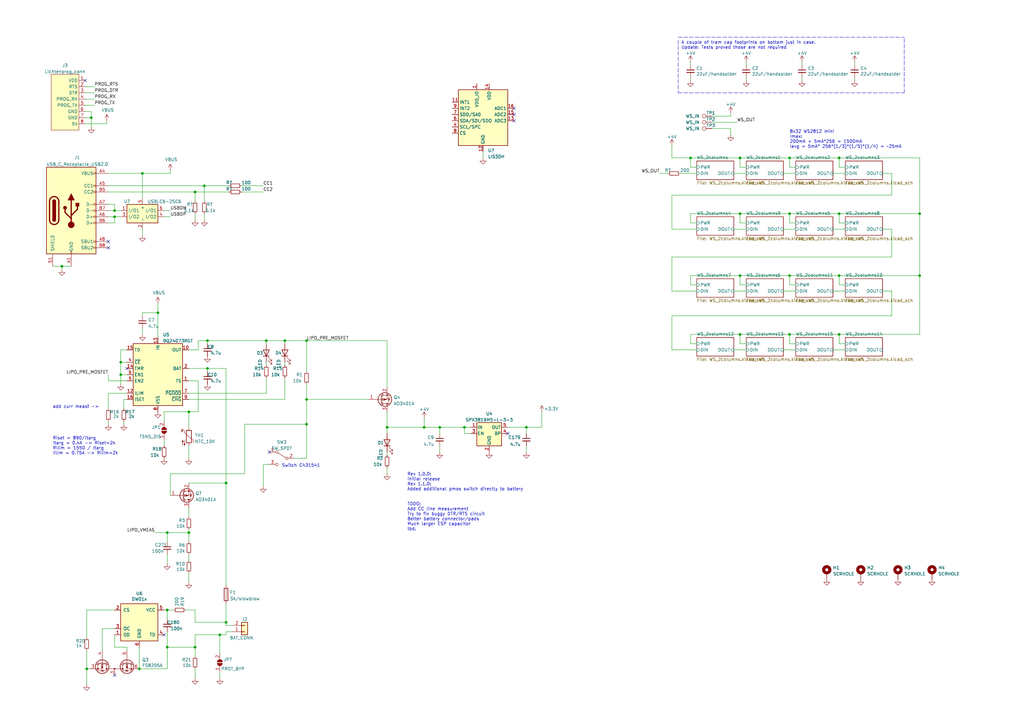
<source format=kicad_sch>
(kicad_sch (version 20211123) (generator eeschema)
  (paper "A3")
  (junction (at 196.85 -33.02))
  (junction (at 173.99 175.26))
  (junction (at 344.17 113.03))
  (junction (at 193.04 -81.28))
  (junction (at 85.09 151.13))
  (junction (at 92.71 255.27))
  (junction (at 344.17 64.77))
  (junction (at 323.85 87.63))
  (junction (at 175.26 -30.48))
  (junction (at 77.47 168.91))
  (junction (at 68.58 218.44))
  (junction (at 59.69 -99.06))
  (junction (at 323.85 113.03))
  (junction (at 377.19 113.03))
  (junction (at 125.73 173.99))
  (junction (at 125.73 139.7))
  (junction (at 90.17 260.35))
  (junction (at 59.69 -121.92))
  (junction (at 323.85 64.77))
  (junction (at 303.53 64.77))
  (junction (at 80.01 78.74))
  (junction (at 49.53 148.59))
  (junction (at 77.47 218.44))
  (junction (at 68.58 265.43))
  (junction (at 37.465 48.26))
  (junction (at 85.09 139.7))
  (junction (at 303.53 113.03))
  (junction (at 283.21 64.77))
  (junction (at 59.69 -57.15))
  (junction (at 200.66 -48.26))
  (junction (at 158.75 175.26))
  (junction (at 64.77 128.27))
  (junction (at 59.69 -78.74))
  (junction (at 205.74 -81.28))
  (junction (at 377.19 87.63))
  (junction (at 68.58 250.19))
  (junction (at 175.26 -35.56))
  (junction (at 46.99 88.9))
  (junction (at 46.99 86.36))
  (junction (at 217.17 -48.26))
  (junction (at 303.53 137.16))
  (junction (at 207.01 -48.26))
  (junction (at 184.15 -33.02))
  (junction (at 49.53 153.67))
  (junction (at 303.53 87.63))
  (junction (at 83.82 76.2))
  (junction (at 125.73 163.83))
  (junction (at 80.01 265.43))
  (junction (at 181.61 -48.26))
  (junction (at 190.5 -48.26))
  (junction (at 35.56 274.32))
  (junction (at 180.34 175.26))
  (junction (at 190.5 175.26))
  (junction (at 223.52 -48.26))
  (junction (at 323.85 137.16))
  (junction (at 109.22 139.7))
  (junction (at 57.15 274.32))
  (junction (at 344.17 137.16))
  (junction (at 92.71 198.12))
  (junction (at 58.42 71.12))
  (junction (at 215.9 175.26))
  (junction (at 25.4 109.22))
  (junction (at 344.17 87.63))
  (junction (at 116.84 139.7))
  (no_connect (at 210.82 46.99))
  (no_connect (at 208.28 177.8))
  (no_connect (at 110.49 185.42))
  (no_connect (at 34.925 33.02))
  (no_connect (at 52.07 151.13))
  (no_connect (at 67.31 260.35))
  (no_connect (at 210.82 49.53))
  (no_connect (at 46.99 276.86))
  (no_connect (at 44.45 101.6))
  (no_connect (at 210.82 44.45))
  (no_connect (at 44.45 99.06))
  (wire (pts (xy 77.47 229.87) (xy 77.47 227.33)))
  (wire (pts (xy 59.69 -68.58) (xy 59.69 -72.39)))
  (wire (pts (xy 275.59 93.98) (xy 285.75 93.98)))
  (wire (pts (xy 69.85 86.36) (xy 67.31 86.36)))
  (wire (pts (xy 59.69 -121.92) (xy 59.69 -124.46)))
  (wire (pts (xy 172.72 -63.5) (xy 185.42 -63.5)))
  (wire (pts (xy 350.52 31.75) (xy 350.52 33.02)))
  (wire (pts (xy 303.53 137.16) (xy 303.53 140.97)))
  (wire (pts (xy 184.15 -25.4) (xy 184.15 -24.13)))
  (wire (pts (xy 275.59 105.41) (xy 275.59 119.38)))
  (wire (pts (xy 215.9 175.26) (xy 222.25 175.26)))
  (wire (pts (xy 52.07 143.51) (xy 49.53 143.51)))
  (wire (pts (xy 80.01 78.74) (xy 80.01 82.55)))
  (wire (pts (xy 107.95 190.5) (xy 107.95 199.39)))
  (wire (pts (xy 92.71 151.13) (xy 92.71 198.12)))
  (polyline (pts (xy 278.13 15.24) (xy 370.84 15.24)))
  (wire (pts (xy 328.93 25.4) (xy 328.93 26.67)))
  (wire (pts (xy 64.77 128.27) (xy 64.77 138.43)))
  (wire (pts (xy 346.71 140.97) (xy 344.17 140.97)))
  (wire (pts (xy 25.4 109.22) (xy 29.21 109.22)))
  (wire (pts (xy 175.26 -27.94) (xy 175.26 -30.48)))
  (wire (pts (xy 81.28 168.91) (xy 81.28 156.21)))
  (wire (pts (xy 35.56 274.32) (xy 36.83 274.32)))
  (wire (pts (xy 80.01 278.13) (xy 80.01 274.32)))
  (wire (pts (xy 90.17 260.35) (xy 90.17 267.97)))
  (wire (pts (xy 59.69 -121.92) (xy 68.58 -121.92)))
  (wire (pts (xy 77.47 163.83) (xy 116.84 163.83)))
  (wire (pts (xy 67.31 180.34) (xy 67.31 182.88)))
  (wire (pts (xy 46.99 91.44) (xy 46.99 88.9)))
  (wire (pts (xy 44.45 88.9) (xy 46.99 88.9)))
  (wire (pts (xy 49.53 143.51) (xy 49.53 148.59)))
  (wire (pts (xy 283.21 113.03) (xy 283.21 116.84)))
  (wire (pts (xy 96.52 -115.57) (xy 96.52 -113.03)))
  (wire (pts (xy 208.28 175.26) (xy 215.9 175.26)))
  (wire (pts (xy 69.85 203.2) (xy 69.85 194.31)))
  (wire (pts (xy 300.99 93.98) (xy 306.07 93.98)))
  (wire (pts (xy 59.69 -134.62) (xy 59.69 -132.08)))
  (wire (pts (xy 116.84 -43.18) (xy 109.22 -43.18)))
  (wire (pts (xy 90.17 260.35) (xy 92.71 260.35)))
  (wire (pts (xy 158.75 191.77) (xy 158.75 194.31)))
  (wire (pts (xy 184.15 -33.02) (xy 187.96 -33.02)))
  (wire (pts (xy 196.85 -33.02) (xy 223.52 -33.02)))
  (wire (pts (xy 95.25 256.54) (xy 92.71 256.54)))
  (wire (pts (xy 207.01 -48.26) (xy 217.17 -48.26)))
  (wire (pts (xy 49.53 153.67) (xy 49.53 157.48)))
  (wire (pts (xy 275.59 80.01) (xy 275.59 93.98)))
  (wire (pts (xy 38.735 43.18) (xy 34.925 43.18)))
  (wire (pts (xy 303.53 137.16) (xy 323.85 137.16)))
  (wire (pts (xy 193.04 -33.02) (xy 196.85 -33.02)))
  (wire (pts (xy 59.69 -121.92) (xy 59.69 -119.38)))
  (wire (pts (xy 95.25 259.08) (xy 92.71 259.08)))
  (wire (pts (xy 193.04 -81.28) (xy 196.85 -81.28)))
  (wire (pts (xy 365.76 129.54) (xy 275.59 129.54)))
  (wire (pts (xy 321.31 143.51) (xy 326.39 143.51)))
  (wire (pts (xy 326.39 91.44) (xy 323.85 91.44)))
  (wire (pts (xy 207.01 -40.64) (xy 207.01 -39.37)))
  (wire (pts (xy 43.815 49.53) (xy 43.815 50.8)))
  (wire (pts (xy 125.73 157.48) (xy 125.73 163.83)))
  (wire (pts (xy 110.49 -73.66) (xy 116.84 -73.66)))
  (wire (pts (xy 285.75 116.84) (xy 283.21 116.84)))
  (wire (pts (xy 46.99 265.43) (xy 46.99 260.35)))
  (wire (pts (xy 321.31 71.12) (xy 326.39 71.12)))
  (wire (pts (xy 323.85 64.77) (xy 323.85 68.58)))
  (wire (pts (xy 59.69 -78.74) (xy 59.69 -77.47)))
  (wire (pts (xy 344.17 137.16) (xy 344.17 140.97)))
  (wire (pts (xy 172.72 -81.28) (xy 193.04 -81.28)))
  (wire (pts (xy 182.88 -104.14) (xy 190.5 -104.14)))
  (wire (pts (xy 52.07 161.29) (xy 44.45 161.29)))
  (wire (pts (xy 300.99 71.12) (xy 306.07 71.12)))
  (wire (pts (xy 361.95 71.12) (xy 365.76 71.12)))
  (wire (pts (xy 172.72 -30.48) (xy 175.26 -30.48)))
  (wire (pts (xy 37.465 48.26) (xy 37.465 52.07)))
  (wire (pts (xy 341.63 119.38) (xy 346.71 119.38)))
  (wire (pts (xy 190.5 177.8) (xy 190.5 175.26)))
  (wire (pts (xy 44.45 71.12) (xy 58.42 71.12)))
  (wire (pts (xy 68.58 227.33) (xy 68.58 231.14)))
  (wire (pts (xy 189.23 -111.76) (xy 189.23 -110.49)))
  (wire (pts (xy 57.15 274.32) (xy 57.15 265.43)))
  (wire (pts (xy 80.01 265.43) (xy 80.01 260.35)))
  (wire (pts (xy 215.9 -78.74) (xy 214.63 -78.74)))
  (wire (pts (xy 46.99 83.82) (xy 46.99 86.36)))
  (wire (pts (xy 222.25 168.91) (xy 222.25 175.26)))
  (wire (pts (xy 283.21 87.63) (xy 303.53 87.63)))
  (wire (pts (xy 190.5 -48.26) (xy 190.5 -45.72)))
  (wire (pts (xy 35.56 250.19) (xy 46.99 250.19)))
  (wire (pts (xy 158.75 168.91) (xy 158.75 175.26)))
  (wire (pts (xy 303.53 64.77) (xy 303.53 68.58)))
  (wire (pts (xy 116.84 149.86) (xy 116.84 148.59)))
  (wire (pts (xy 77.47 238.76) (xy 77.47 234.95)))
  (wire (pts (xy 77.47 143.51) (xy 81.28 143.51)))
  (wire (pts (xy 58.42 71.12) (xy 58.42 81.28)))
  (wire (pts (xy 350.52 25.4) (xy 350.52 26.67)))
  (wire (pts (xy 205.74 -81.28) (xy 215.9 -81.28)))
  (wire (pts (xy 25.4 109.22) (xy 25.4 110.49)))
  (wire (pts (xy 285.75 91.44) (xy 283.21 91.44)))
  (wire (pts (xy 21.59 109.22) (xy 25.4 109.22)))
  (wire (pts (xy 67.31 250.19) (xy 68.58 250.19)))
  (wire (pts (xy 215.9 175.26) (xy 215.9 177.8)))
  (wire (pts (xy 113.03 -81.28) (xy 116.84 -81.28)))
  (wire (pts (xy 344.17 64.77) (xy 344.17 68.58)))
  (wire (pts (xy 116.84 -35.56) (xy 107.95 -35.56)))
  (wire (pts (xy 186.69 -55.88) (xy 172.72 -55.88)))
  (wire (pts (xy 323.85 137.16) (xy 323.85 140.97)))
  (wire (pts (xy 365.76 119.38) (xy 365.76 129.54)))
  (wire (pts (xy 377.19 87.63) (xy 377.19 64.77)))
  (wire (pts (xy 303.53 64.77) (xy 283.21 64.77)))
  (wire (pts (xy 77.47 218.44) (xy 77.47 217.17)))
  (wire (pts (xy 92.71 247.65) (xy 92.71 255.27)))
  (wire (pts (xy 172.72 -76.2) (xy 173.99 -76.2)))
  (wire (pts (xy 59.69 -110.49) (xy 59.69 -114.3)))
  (wire (pts (xy 175.26 -35.56) (xy 175.26 -48.26)))
  (wire (pts (xy 34.925 45.72) (xy 37.465 45.72)))
  (wire (pts (xy 200.66 -48.26) (xy 200.66 -45.72)))
  (wire (pts (xy 306.07 25.4) (xy 306.07 26.67)))
  (wire (pts (xy 35.56 280.67) (xy 35.56 274.32)))
  (wire (pts (xy 80.01 255.27) (xy 80.01 250.19)))
  (wire (pts (xy 181.61 -48.26) (xy 181.61 -45.72)))
  (wire (pts (xy 346.71 68.58) (xy 344.17 68.58)))
  (wire (pts (xy 328.93 31.75) (xy 328.93 33.02)))
  (wire (pts (xy 43.18 -99.06) (xy 59.69 -99.06)))
  (wire (pts (xy 283.21 31.75) (xy 283.21 33.02)))
  (wire (pts (xy 180.34 175.26) (xy 190.5 175.26)))
  (wire (pts (xy 49.53 148.59) (xy 49.53 153.67)))
  (wire (pts (xy 196.85 -25.4) (xy 196.85 -24.13)))
  (wire (pts (xy 81.28 156.21) (xy 77.47 156.21)))
  (wire (pts (xy 323.85 87.63) (xy 323.85 91.44)))
  (wire (pts (xy 44.45 172.72) (xy 44.45 173.99)))
  (wire (pts (xy 109.22 149.86) (xy 109.22 148.59)))
  (wire (pts (xy 125.73 163.83) (xy 151.13 163.83)))
  (wire (pts (xy 377.19 137.16) (xy 377.19 113.03)))
  (wire (pts (xy 109.22 139.7) (xy 109.22 140.97)))
  (wire (pts (xy 85.09 139.7) (xy 85.09 140.97)))
  (wire (pts (xy 69.85 69.85) (xy 69.85 71.12)))
  (wire (pts (xy 77.47 161.29) (xy 109.22 161.29)))
  (wire (pts (xy 175.26 -48.26) (xy 181.61 -48.26)))
  (wire (pts (xy 302.26 50.165) (xy 292.1 50.165)))
  (wire (pts (xy 100.33 -78.74) (xy 116.84 -78.74)))
  (wire (pts (xy 283.21 87.63) (xy 283.21 91.44)))
  (wire (pts (xy 116.84 -40.64) (xy 102.87 -40.64)))
  (wire (pts (xy 344.17 87.63) (xy 377.19 87.63)))
  (wire (pts (xy 306.07 31.75) (xy 306.07 33.02)))
  (wire (pts (xy 34.925 38.1) (xy 38.735 38.1)))
  (wire (pts (xy 100.33 194.31) (xy 100.33 173.99)))
  (wire (pts (xy 190.5 -40.64) (xy 190.5 -39.37)))
  (wire (pts (xy 85.09 152.4) (xy 85.09 151.13)))
  (wire (pts (xy 278.9929 71.12) (xy 285.75 71.12)))
  (wire (pts (xy 81.28 168.91) (xy 77.47 168.91)))
  (wire (pts (xy 59.69 -78.74) (xy 73.66 -78.74)))
  (wire (pts (xy 125.73 187.96) (xy 120.65 187.96)))
  (wire (pts (xy 35.56 266.7) (xy 35.56 274.32)))
  (wire (pts (xy 76.2 250.19) (xy 80.01 250.19)))
  (wire (pts (xy 283.21 137.16) (xy 303.53 137.16)))
  (wire (pts (xy 179.07 -58.42) (xy 172.72 -58.42)))
  (wire (pts (xy 59.69 -46.99) (xy 59.69 -50.8)))
  (wire (pts (xy 44.45 76.2) (xy 83.82 76.2)))
  (wire (pts (xy 158.75 175.26) (xy 158.75 177.8)))
  (wire (pts (xy 283.21 113.03) (xy 303.53 113.03)))
  (wire (pts (xy 68.58 265.43) (xy 80.01 265.43)))
  (wire (pts (xy 41.91 266.7) (xy 41.91 257.81)))
  (wire (pts (xy 77.47 182.88) (xy 77.47 187.96)))
  (wire (pts (xy 34.925 48.26) (xy 37.465 48.26)))
  (wire (pts (xy 52.07 266.7) (xy 52.07 265.43)))
  (wire (pts (xy 365.76 105.41) (xy 275.59 105.41)))
  (wire (pts (xy 185.42 -93.98) (xy 191.77 -93.98)))
  (wire (pts (xy 299.72 55.245) (xy 299.72 52.705)))
  (wire (pts (xy 299.72 47.625) (xy 292.1 47.625)))
  (wire (pts (xy 59.69 -121.92) (xy 52.07 -121.92)))
  (wire (pts (xy 85.09 151.13) (xy 92.71 151.13)))
  (wire (pts (xy 300.99 119.38) (xy 306.07 119.38)))
  (wire (pts (xy 323.85 113.03) (xy 344.17 113.03)))
  (wire (pts (xy 80.01 260.35) (xy 90.17 260.35)))
  (wire (pts (xy 68.58 218.44) (xy 77.47 218.44)))
  (wire (pts (xy 58.42 71.12) (xy 69.85 71.12)))
  (wire (pts (xy 323.85 137.16) (xy 344.17 137.16)))
  (wire (pts (xy 158.75 175.26) (xy 173.99 175.26)))
  (wire (pts (xy 172.72 -35.56) (xy 175.26 -35.56)))
  (wire (pts (xy 116.84 139.7) (xy 116.84 140.97)))
  (wire (pts (xy 52.07 153.67) (xy 49.53 153.67)))
  (wire (pts (xy 64.77 124.46) (xy 64.77 128.27)))
  (wire (pts (xy 125.73 163.83) (xy 125.73 173.99)))
  (wire (pts (xy 323.85 64.77) (xy 303.53 64.77)))
  (wire (pts (xy 85.09 139.7) (xy 109.22 139.7)))
  (wire (pts (xy 77.47 168.91) (xy 67.31 168.91)))
  (wire (pts (xy 83.82 87.63) (xy 83.82 90.17)))
  (wire (pts (xy 365.76 71.12) (xy 365.76 80.01)))
  (wire (pts (xy 80.01 255.27) (xy 92.71 255.27)))
  (wire (pts (xy 110.49 -71.12) (xy 116.84 -71.12)))
  (wire (pts (xy 283.21 64.77) (xy 283.21 68.58)))
  (wire (pts (xy 116.84 139.7) (xy 125.73 139.7)))
  (wire (pts (xy 303.53 113.03) (xy 323.85 113.03)))
  (wire (pts (xy 34.925 35.56) (xy 38.735 35.56)))
  (wire (pts (xy 50.8 172.72) (xy 50.8 173.99)))
  (wire (pts (xy 116.84 -27.94) (xy 113.03 -27.94)))
  (wire (pts (xy 58.42 93.98) (xy 58.42 96.52)))
  (wire (pts (xy 344.17 87.63) (xy 344.17 91.44)))
  (wire (pts (xy 109.22 154.94) (xy 109.22 161.29)))
  (wire (pts (xy 303.53 113.03) (xy 303.53 116.84)))
  (wire (pts (xy 125.73 139.7) (xy 125.73 152.4)))
  (wire (pts (xy 275.59 129.54) (xy 275.59 143.51)))
  (wire (pts (xy 69.85 194.31) (xy 100.33 194.31)))
  (wire (pts (xy 196.85 -93.98) (xy 203.2 -93.98)))
  (wire (pts (xy 92.71 259.08) (xy 92.71 260.35)))
  (wire (pts (xy 48.26 -57.15) (xy 59.69 -57.15)))
  (wire (pts (xy 323.85 87.63) (xy 344.17 87.63)))
  (wire (pts (xy 173.99 175.26) (xy 180.34 175.26)))
  (wire (pts (xy 46.99 86.36) (xy 49.53 86.36)))
  (wire (pts (xy 77.47 151.13) (xy 85.09 151.13)))
  (wire (pts (xy 303.53 87.63) (xy 303.53 91.44)))
  (wire (pts (xy 365.76 93.98) (xy 361.95 93.98)))
  (wire (pts (xy 100.33 173.99) (xy 125.73 173.99)))
  (wire (pts (xy 198.12 62.23) (xy 198.12 64.77)))
  (wire (pts (xy 41.91 257.81) (xy 46.99 257.81)))
  (wire (pts (xy 203.2 -104.14) (xy 198.12 -104.14)))
  (wire (pts (xy 69.85 88.9) (xy 67.31 88.9)))
  (wire (pts (xy 185.42 -63.5) (xy 185.42 -93.98)))
  (wire (pts (xy 50.8 163.83) (xy 50.8 167.64)))
  (wire (pts (xy 205.74 -73.66) (xy 205.74 -72.39)))
  (wire (pts (xy 158.75 158.75) (xy 158.75 139.7)))
  (wire (pts (xy 181.61 -48.26) (xy 190.5 -48.26)))
  (wire (pts (xy 99.06 76.2) (xy 107.95 76.2)))
  (wire (pts (xy 34.925 50.8) (xy 43.815 50.8)))
  (wire (pts (xy 44.45 91.44) (xy 46.99 91.44)))
  (wire (pts (xy 68.58 259.08) (xy 68.58 265.43)))
  (wire (pts (xy 68.58 250.19) (xy 71.12 250.19)))
  (wire (pts (xy 116.84 -45.72) (xy 102.87 -45.72)))
  (wire (pts (xy 100.33 -81.28) (xy 107.95 -81.28)))
  (wire (pts (xy 81.28 139.7) (xy 85.09 139.7)))
  (wire (pts (xy 116.84 154.94) (xy 116.84 163.83)))
  (wire (pts (xy 275.59 64.77) (xy 283.21 64.77)))
  (wire (pts (xy 37.465 45.72) (xy 37.465 48.26)))
  (wire (pts (xy 44.45 86.36) (xy 46.99 86.36)))
  (wire (pts (xy 341.63 93.98) (xy 346.71 93.98)))
  (polyline (pts (xy 370.84 38.1) (xy 370.84 15.24)))
  (wire (pts (xy 344.17 113.03) (xy 377.19 113.03)))
  (polyline (pts (xy 278.13 38.1) (xy 370.84 38.1)))
  (wire (pts (xy 217.17 -40.64) (xy 217.17 -39.37)))
  (wire (pts (xy 303.53 87.63) (xy 323.85 87.63)))
  (wire (pts (xy 172.72 -27.94) (xy 175.26 -27.94)))
  (wire (pts (xy 299.72 46.355) (xy 299.72 47.625)))
  (wire (pts (xy 44.45 83.82) (xy 46.99 83.82)))
  (wire (pts (xy 193.04 -73.66) (xy 193.04 -72.39)))
  (wire (pts (xy 190.5 177.8) (xy 193.04 177.8)))
  (wire (pts (xy 77.47 198.12) (xy 92.71 198.12)))
  (wire (pts (xy 270.51 71.12) (xy 273.9129 71.12)))
  (wire (pts (xy 306.07 91.44) (xy 303.53 91.44)))
  (wire (pts (xy 283.21 137.16) (xy 283.21 140.97)))
  (wire (pts (xy 116.84 139.7) (xy 109.22 139.7)))
  (wire (pts (xy 326.39 68.58) (xy 323.85 68.58)))
  (wire (pts (xy 58.42 128.27) (xy 64.77 128.27)))
  (wire (pts (xy 58.42 137.16) (xy 58.42 134.62)))
  (wire (pts (xy 99.06 78.74) (xy 107.95 78.74)))
  (wire (pts (xy 125.73 173.99) (xy 125.73 187.96)))
  (wire (pts (xy 58.42 129.54) (xy 58.42 128.27)))
  (wire (pts (xy 96.52 -105.41) (xy 96.52 -101.6)))
  (wire (pts (xy 52.07 156.21) (xy 44.45 156.21)))
  (wire (pts (xy 365.76 80.01) (xy 275.59 80.01)))
  (wire (pts (xy 180.34 185.42) (xy 180.34 182.88)))
  (wire (pts (xy 158.75 185.42) (xy 158.75 186.69)))
  (wire (pts (xy 184.15 -33.02) (xy 184.15 -30.48)))
  (wire (pts (xy 200.66 -40.64) (xy 200.66 -39.37)))
  (wire (pts (xy 193.04 -81.28) (xy 193.04 -78.74)))
  (wire (pts (xy 172.72 -33.02) (xy 184.15 -33.02)))
  (wire (pts (xy 38.735 40.64) (xy 34.925 40.64)))
  (wire (pts (xy 190.5 -48.26) (xy 200.66 -48.26)))
  (wire (pts (xy 80.01 87.63) (xy 80.01 90.17)))
  (wire (pts (xy 44.45 156.21) (xy 44.45 153.67)))
  (wire (pts (xy 275.59 143.51) (xy 285.75 143.51)))
  (wire (pts (xy 207.01 -45.72) (xy 207.01 -48.26)))
  (wire (pts (xy 321.31 119.38) (xy 326.39 119.38)))
  (wire (pts (xy 35.56 250.19) (xy 35.56 261.62)))
  (wire (pts (xy 59.69 -57.15) (xy 73.66 -57.15)))
  (wire (pts (xy 283.21 25.4) (xy 283.21 26.67)))
  (wire (pts (xy 77.47 212.09) (xy 77.47 208.28)))
  (wire (pts (xy 365.76 93.98) (xy 365.76 105.41)))
  (wire (pts (xy 326.39 116.84) (xy 323.85 116.84)))
  (wire (pts (xy 377.19 64.77) (xy 344.17 64.77)))
  (wire (pts (xy 217.17 -48.26) (xy 217.17 -45.72)))
  (wire (pts (xy 92.71 256.54) (xy 92.71 255.27)))
  (wire (pts (xy 52.07 163.83) (xy 50.8 163.83)))
  (wire (pts (xy 217.17 -48.26) (xy 223.52 -48.26)))
  (wire (pts (xy 321.31 93.98) (xy 326.39 93.98)))
  (wire (pts (xy 180.34 177.8) (xy 180.34 175.26)))
  (wire (pts (xy 68.58 265.43) (xy 68.58 274.32)))
  (wire (pts (xy 44.45 78.74) (xy 80.01 78.74)))
  (wire (pts (xy 59.69 -99.06) (xy 63.5 -99.06)))
  (wire (pts (xy 190.5 175.26) (xy 193.04 175.26)))
  (wire (pts (xy 275.59 59.69) (xy 275.59 64.77)))
  (wire (pts (xy 52.07 -121.92) (xy 52.07 -120.65)))
  (wire (pts (xy 377.19 113.03) (xy 377.19 87.63)))
  (wire (pts (xy 205.74 -81.28) (xy 205.74 -78.74)))
  (wire (pts (xy 341.63 143.51) (xy 346.71 143.51)))
  (polyline (pts (xy 278.13 16.51) (xy 278.13 38.1)))
  (wire (pts (xy 90.17 275.59) (xy 90.17 278.13)))
  (wire (pts (xy 194.31 -111.76) (xy 189.23 -111.76)))
  (wire (pts (xy 194.31 -109.22) (xy 194.31 -111.76)))
  (wire (pts (xy 173.99 171.45) (xy 173.99 175.26)))
  (wire (pts (xy 200.66 -48.26) (xy 207.01 -48.26)))
  (wire (pts (xy 83.82 76.2) (xy 93.98 76.2)))
  (wire (pts (xy 77.47 222.25) (xy 77.47 218.44)))
  (wire (pts (xy 68.58 250.19) (xy 68.58 254)))
  (wire (pts (xy 175.26 -30.48) (xy 175.26 -35.56)))
  (wire (pts (xy 306.07 140.97) (xy 303.53 140.97)))
  (wire (pts (xy 77.47 175.26) (xy 77.47 168.91)))
  (wire (pts (xy 67.31 168.91) (xy 67.31 172.72)))
  (wire (pts (xy 196.85 -33.02) (xy 196.85 -30.48)))
  (wire (pts (xy 326.39 140.97) (xy 323.85 140.97)))
  (wire (pts (xy 223.52 -53.34) (xy 223.52 -48.26)))
  (wire (pts (xy 116.84 -38.1) (xy 107.95 -38.1)))
  (wire (pts (xy 300.99 143.51) (xy 306.07 143.51)))
  (wire (pts (xy 306.07 116.84) (xy 303.53 116.84)))
  (wire (pts (xy 52.07 265.43) (xy 46.99 265.43)))
  (wire (pts (xy 346.71 91.44) (xy 344.17 91.44)))
  (wire (pts (xy 344.17 113.03) (xy 344.17 116.84)))
  (wire (pts (xy 341.63 71.12) (xy 346.71 71.12)))
  (wire (pts (xy 323.85 113.03) (xy 323.85 116.84)))
  (wire (pts (xy 46.99 88.9) (xy 49.53 88.9)))
  (wire (pts (xy 92.71 198.12) (xy 92.71 240.03)))
  (wire (pts (xy 68.58 218.44) (xy 68.58 222.25)))
  (wire (pts (xy 223.52 -33.02) (xy 223.52 -48.26)))
  (wire (pts (xy 181.61 -40.64) (xy 181.61 -39.37)))
  (wire (pts (xy 59.69 -57.15) (xy 59.69 -55.88)))
  (wire (pts (xy 215.9 185.42) (xy 215.9 182.88)))
  (wire (pts (xy 344.17 137.16) (xy 377.19 137.16)))
  (wire (pts (xy 344.17 64.77) (xy 323.85 64.77)))
  (wire (pts (xy 201.93 -81.28) (xy 205.74 -81.28)))
  (wire (pts (xy 365.76 119.38) (xy 361.95 119.38)))
  (wire (pts (xy 52.07 148.59) (xy 49.53 148.59)))
  (wire (pts (xy 110.49 190.5) (xy 107.95 190.5)))
  (wire (pts (xy 172.72 -66.04) (xy 182.88 -66.04)))
  (wire (pts (xy 113.03 -27.94) (xy 113.03 -24.13)))
  (wire (pts (xy 275.59 119.38) (xy 285.75 119.38)))
  (wire (pts (xy 285.75 140.97) (xy 283.21 140.97)))
  (wire (pts (xy 81.28 143.51) (xy 81.28 139.7)))
  (wire (pts (xy 44.45 161.29) (xy 44.45 167.64)))
  (wire (pts (xy 182.88 -66.04) (xy 182.88 -104.14)))
  (wire (pts (xy 80.01 78.74) (xy 93.98 78.74)))
  (wire (pts (xy 68.58 274.32) (xy 57.15 274.32)))
  (wire (pts (xy 306.07 68.58) (xy 303.53 68.58)))
  (wire (pts (xy 83.82 76.2) (xy 83.82 82.55)))
  (wire (pts (xy 285.75 68.58) (xy 283.21 68.58)))
  (wire (pts (xy 299.72 52.705) (xy 292.1 52.705)))
  (wire (pts (xy 125.73 139.7) (xy 158.75 139.7)))
  (wire (pts (xy 346.71 116.84) (xy 344.17 116.84)))
  (wire (pts (xy 48.26 -78.74) (xy 59.69 -78.74)))
  (wire (pts (xy 214.63 -78.74) (xy 214.63 -73.66)))
  (wire (pts (xy 80.01 269.24) (xy 80.01 265.43)))
  (wire (pts (xy 203.2 -93.98) (xy 203.2 -104.14)))
  (wire (pts (xy 63.5 218.44) (xy 68.58 218.44)))
  (text "Riset = 890/Itarg\nItarg = 0.4A -> Riset=2k\nRilim = 1550 / Itarg\nIilim = 0.75A -> Rilim=2k" (at 21.59 186.69 0) (effects (font (size 1.27 1.27)) (justify left bottom)))
  (text "8x32 WS2812 mini\nImax:\n200mA + 5mA*256 = 1500mA\nIavg = 5mA* 256*(1/3)*(1/5)*(1/4) = ~25mA" (at 323.85 60.96 0) (effects (font (size 1.27 1.27)) (justify left bottom)))
  (text "add curr meas! ->" (at 21.59 167.64 0) (effects (font (size 1.27 1.27)) (justify left bottom)))
  (text "Switch C431541" (at 115.57 191.77 0) (effects (font (size 1.27 1.27)) (justify left bottom)))
  (text "Rev 1.0.0:\nInitial release\nRev 1.1.0:\nAdded additional pmos switch directly to battery\n\n\nTODO:\nAdd CC line measurement\nTry to fix buggy DTR/RTS circuit\nBetter battery connector/pads\nMuch larger ESP capacitor\ntbd." (at 167.005 217.805 0) (effects (font (size 1.27 1.27)) (justify left bottom)))
  (text "A couple of tram cap footprints on bottom just in case.\nUpdate: Tests proved those are not required" (at 279.4 20.32 0) (effects (font (size 1.27 1.27)) (justify left bottom)))
  (label "ESP_EN" (at 68.58 -121.92 0))
  (label "ESP_B3" (at 102.87 -45.72 180))
  (label "LIPO_PRE_MOSFET" (at 125.73 139.7 0))
  (label "USBDM" (at 69.85 86.36 0))
  (label "PROG_DTR" (at 38.735 38.1 0))
  (label "ESP_BOOT_B1" (at 63.5 -99.06 0))
  (label "USBDP" (at 69.85 88.9 0))
  (label "PROG_TX" (at 100.33 -78.74 180))
  (label "ESP_EN" (at 173.99 -76.2 0))
  (label "PROG_TX" (at 38.735 43.18 0))
  (label "PROG_RX" (at 38.735 40.64 0))
  (label "LIPO_VMEAS" (at 179.07 -58.42 0))
  (label "LIPO_VMEAS" (at 63.5 218.44 180))
  (label "CC2" (at 107.95 -38.1 180))
  (label "ESP_BOOT_B1" (at 109.22 -43.18 180))
  (label "CC1" (at 107.95 -35.56 180))
  (label "ESP_B3" (at 73.66 -57.15 0))
  (label "WS_OUT" (at 186.69 -55.88 0))
  (label "CC1" (at 107.95 76.2 0))
  (label "USBDM" (at 110.49 -71.12 180))
  (label "WS_OUT" (at 270.51 71.12 180))
  (label "PROG_RTS" (at 38.735 35.56 0))
  (label "ESP_B2" (at 102.87 -40.64 180))
  (label "USBDP" (at 110.49 -73.66 180))
  (label "ESP_B2" (at 73.66 -78.74 0))
  (label "ESP_BOOT" (at 43.18 -99.06 0))
  (label "LIPO_PRE_MOSFET" (at 44.45 153.67 180))
  (label "WS_OUT" (at 302.26 50.165 0))
  (label "CC2" (at 107.95 78.74 0))
  (label "PROG_RX" (at 100.33 -81.28 180))
  (symbol (lib_id "Device:C_Small") (at 350.52 29.21 0) (unit 1)
    (property "Reference" "C4" (at 352.8568 28.0416 0) (effects (justify left)))
    (property "Value" "22uF/handsolder" (at 352.8568 30.353 0) (effects (justify left)))
    (property "Footprint" "Capacitor_SMD:C_0805_2012Metric_Pad1.18x1.45mm_HandSolder" (effects hide))
  )
  (symbol (lib_name "GND_29") (lib_id "power:GND") (at 181.61 -39.37 0) (unit 1)
    (property "Reference" "#PWR?" (effects hide))
    (property "Value" "GND" (effects hide))
  )
  (symbol (lib_id "Device:R_Small") (at 110.49 -81.28 270) (mirror x) (unit 1)
    (property "Reference" "R?" (at 106.68 -82.55 90) (effects (justify left)))
    (property "Value" "200" (at 113.03 -82.55 90) (effects (justify left)))
    (property "Footprint" "Resistor_SMD:R_0201_0603Metric" (effects hide))
    (property "LCSC" "C25768" (effects hide))
  )
  (symbol (lib_id "power:GND") (at 107.95 199.39 0) (mirror y) (unit 1)
    (property "Reference" "#PWR0111" (effects hide))
    (property "Value" "GND" (effects hide))
  )
  (symbol (lib_id "Device:C_Small") (at 180.34 180.34 0) (mirror y) (unit 1)
    (property "Reference" "C9" (at 178.0159 179.4315 0) (effects (justify left)))
    (property "Value" "4.7u" (at 178.0159 182.2066 0) (effects (justify left)))
    (property "Footprint" "Capacitor_SMD:C_0402_1005Metric" (effects hide))
    (property "LCSC" "C19702" (effects hide))
  )
  (symbol (lib_id "Device:LED") (at 109.22 144.78 90) (unit 1)
    (property "Reference" "D3" (at 107.95 144.78 90) (effects (justify left)))
    (property "Value" "LED" (at 106.68 147.32 0) (effects (justify right)))
    (property "Footprint" "LED_SMD:LED_0603_1608Metric" (effects hide))
  )
  (symbol (lib_name "GND_26") (lib_id "power:GND") (at 48.26 -46.99 0) (mirror y) (unit 1)
    (property "Reference" "#PWR0133" (effects hide))
    (property "Value" "GND" (effects hide))
  )
  (symbol (lib_id "Device:C_Small") (at 193.04 -76.2 0) (unit 1)
    (property "Reference" "C?" (at 187.96 -77.47 0) (effects (justify left)))
    (property "Value" "3p3" (at 187.96 -73.66 0) (effects (justify left)))
    (property "Footprint" "Capacitor_SMD:C_0201_0603Metric" (effects hide))
  )
  (symbol (lib_name "GND_29") (lib_id "power:GND") (at 200.66 -39.37 0) (unit 1)
    (property "Reference" "#PWR?" (effects hide))
    (property "Value" "GND" (effects hide))
  )
  (symbol (lib_id "Mechanical:MountingHole_Pad") (at 353.06 234.95 0) (unit 1)
    (property "Reference" "H2" (at 355.6 232.8453 0) (effects (justify left)))
    (property "Value" "SCRHOLE" (at 355.6 235.3822 0) (effects (justify left)))
    (property "Footprint" "MountingHole:MountingHole_3.2mm_M3" (effects hide))
  )
  (symbol (lib_id "Mechanical:MountingHole_Pad") (at 339.09 234.95 0) (unit 1)
    (property "Reference" "H1" (at 341.63 232.8453 0) (effects (justify left)))
    (property "Value" "SCRHOLE" (at 341.63 235.3822 0) (effects (justify left)))
    (property "Footprint" "MountingHole:MountingHole_3.2mm_M3" (effects hide))
  )
  (symbol (lib_name "GND_29") (lib_id "power:GND") (at 214.63 -73.66 0) (unit 1)
    (property "Reference" "#PWR?" (effects hide))
    (property "Value" "GND" (effects hide))
  )
  (symbol (lib_id "Connector:TestPoint") (at 292.1 47.625 90) (mirror x) (unit 1)
    (property "Reference" "TP1" (at 293.37 46.355 90) (effects (justify left)))
    (property "Value" "WS_IN" (at 287.02 47.625 90) (effects (justify left)))
    (property "Footprint" "TestPoint:TestPoint_Pad_D1.5mm" (effects hide))
  )
  (symbol (lib_id "Switch:SW_SPDT") (at 115.57 187.96 0) (mirror y) (unit 1)
    (property "Reference" "SW3" (at 115.57 181.3392 0))
    (property "Value" "SW_SPDT" (at 115.57 183.8761 0))
    (property "Footprint" "Button_Switch_SMD:SW_SPDT_PCM12" (effects hide))
  )
  (symbol (lib_name "GND_25") (lib_id "power:GND") (at 59.69 -46.99 0) (unit 1)
    (property "Reference" "#PWR0489" (effects hide))
    (property "Value" "GND" (effects hide))
  )
  (symbol (lib_id "Device:R_Small") (at 158.75 189.23 0) (mirror x) (unit 1)
    (property "Reference" "R2" (at 155.8331 187.96 0))
    (property "Value" "10k" (at 154.94 190.5 0))
    (property "Footprint" "Resistor_SMD:R_0201_0603Metric" (effects hide))
    (property "LCSC" "C25768" (effects hide))
  )
  (symbol (lib_id "Jumper:SolderJumper_2_Open") (at 67.31 176.53 90) (unit 1)
    (property "Reference" "JP1" (at 62.23 175.26 90) (effects (justify right)))
    (property "Value" "TSNS_DIS" (at 57.15 179.07 90) (effects (justify right)))
    (property "Footprint" "Jumper:SolderJumper-2_P1.3mm_Open_TrianglePad1.0x1.5mm" (effects hide))
  )
  (symbol (lib_id "power:GND") (at 37.465 52.07 0) (mirror y) (unit 1)
    (property "Reference" "#PWR0104" (effects hide))
    (property "Value" "GND" (effects hide))
  )
  (symbol (lib_name "GND_29") (lib_id "power:GND") (at 196.85 -24.13 0) (unit 1)
    (property "Reference" "#PWR?" (effects hide))
    (property "Value" "GND" (effects hide))
  )
  (symbol (lib_id "Device:C_Small") (at 59.69 -74.93 0) (unit 1)
    (property "Reference" "C269" (at 54.61 -76.2 0) (effects (justify left)))
    (property "Value" "100n" (at 54.61 -72.39 0) (effects (justify left)))
    (property "Footprint" "Capacitor_SMD:C_0201_0603Metric" (effects hide))
  )
  (symbol (lib_id "Device:C_Small") (at 181.61 -43.18 0) (unit 1)
    (property "Reference" "C?" (at 176.53 -44.45 0) (effects (justify left)))
    (property "Value" "100n" (at 176.53 -40.64 0) (effects (justify left)))
    (property "Footprint" "Capacitor_SMD:C_0201_0603Metric" (effects hide))
  )
  (symbol (lib_id "Device:LED") (at 116.84 144.78 90) (unit 1)
    (property "Reference" "D4" (at 115.57 144.78 90) (effects (justify left)))
    (property "Value" "LED" (at 114.3 147.32 0) (effects (justify right)))
    (property "Footprint" "LED_SMD:LED_0603_1608Metric" (effects hide))
  )
  (symbol (lib_id "power:GND") (at 44.45 173.99 0) (unit 1)
    (property "Reference" "#PWR0125" (effects hide))
    (property "Value" "GND" (effects hide))
  )
  (symbol (lib_id "power:GND") (at 50.8 173.99 0) (unit 1)
    (property "Reference" "#PWR0124" (effects hide))
    (property "Value" "GND" (effects hide))
  )
  (symbol (lib_id "power:+4V") (at 299.72 46.355 0) (mirror y) (unit 1)
    (property "Reference" "#PWR0116" (effects hide))
    (property "Value" "+4V" (at 299.72 42.7792 0))
  )
  (symbol (lib_id "Device:C_Small") (at 85.09 154.94 0) (unit 1)
    (property "Reference" "C10" (at 85.09 153.67 0) (effects (justify left)))
    (property "Value" "4.7u" (at 86.36 156.21 0) (effects (justify left)))
    (property "Footprint" "Capacitor_SMD:C_0402_1005Metric" (effects hide))
    (property "LCSC" "C19702" (effects hide))
  )
  (symbol (lib_id "Switch:SW_Push") (at 59.69 -93.98 90) (unit 1)
    (property "Reference" "SW2" (at 53.34 -95.25 90) (effects (justify right)))
    (property "Value" "B1/BOOT" (at 48.26 -91.44 90) (effects (justify right)))
    (property "Footprint" "Button_Switch_SMD:SW_SPST_TL3342" (effects hide))
  )
  (symbol (lib_id "Device:C_Small") (at 59.69 -53.34 0) (unit 1)
    (property "Reference" "C270" (at 54.61 -54.61 0) (effects (justify left)))
    (property "Value" "100n" (at 54.61 -50.8 0) (effects (justify left)))
    (property "Footprint" "Capacitor_SMD:C_0201_0603Metric" (effects hide))
  )
  (symbol (lib_id "power:GND") (at 200.66 185.42 0) (unit 1)
    (property "Reference" "#PWR0119" (effects hide))
    (property "Value" "GND" (effects hide))
  )
  (symbol (lib_id "power:GND") (at 180.34 185.42 0) (mirror y) (unit 1)
    (property "Reference" "#PWR0118" (effects hide))
    (property "Value" "GND" (effects hide))
  )
  (symbol (lib_id "Device:Fuse") (at 92.71 243.84 0) (unit 1)
    (property "Reference" "F1" (at 94.234 243.0053 0) (effects (justify left)))
    (property "Value" "3A/slowblow" (at 94.234 245.5422 0) (effects (justify left)))
    (property "Footprint" "Fuse:Fuse_0603_1608Metric_Pad1.05x0.95mm_HandSolder" (effects hide))
  )
  (symbol (lib_id "Device:R") (at 59.69 -128.27 180) (unit 1)
    (property "Reference" "R8" (at 61.468 -129.4384 0) (effects (justify right)))
    (property "Value" "10k" (at 61.468 -127.127 0) (effects (justify right)))
    (property "Footprint" "Resistor_SMD:R_0201_0603Metric" (effects hide))
  )
  (symbol (lib_id "Device:R_Small") (at 276.4529 71.12 270) (mirror x) (unit 1)
    (property "Reference" "R?" (at 272.6429 69.85 90) (effects (justify left)))
    (property "Value" "200" (at 278.9929 69.85 90) (effects (justify left)))
    (property "Footprint" "Resistor_SMD:R_0201_0603Metric" (effects hide))
    (property "LCSC" "C25768" (effects hide))
  )
  (symbol (lib_id "power:GND") (at 339.09 237.49 0) (mirror y) (unit 1)
    (property "Reference" "#PWR0106" (effects hide))
    (property "Value" "GND" (effects hide))
  )
  (symbol (lib_name "GND_29") (lib_id "power:GND") (at 194.31 -99.06 0) (unit 1)
    (property "Reference" "#PWR?" (effects hide))
    (property "Value" "GND" (effects hide))
  )
  (symbol (lib_id "Device:L_Small") (at 199.39 -81.28 90) (unit 1)
    (property "Reference" "L?" (at 199.39 -85.3608 90))
    (property "Value" "2n2" (at 199.39 -82.8239 90))
  )
  (symbol (lib_name "GND_29") (lib_id "power:GND") (at 205.74 -72.39 0) (unit 1)
    (property "Reference" "#PWR?" (effects hide))
    (property "Value" "GND" (effects hide))
  )
  (symbol (lib_id "power:GND") (at 283.21 33.02 0) (mirror y) (unit 1)
    (property "Reference" "#PWR0172" (effects hide))
    (property "Value" "GND" (effects hide))
  )
  (symbol (lib_name "GND_29") (lib_id "power:GND") (at 207.01 -39.37 0) (unit 1)
    (property "Reference" "#PWR?" (effects hide))
    (property "Value" "GND" (effects hide))
  )
  (symbol (lib_name "GND_23") (lib_id "power:GND") (at 59.69 -88.9 0) (mirror y) (unit 1)
    (property "Reference" "#PWR0120" (effects hide))
    (property "Value" "GND" (effects hide))
  )
  (symbol (lib_id "Device:R_Small") (at 83.82 85.09 0) (unit 1)
    (property "Reference" "R?" (at 85.9831 83.82 0))
    (property "Value" "5.1k" (at 86.36 86.36 0))
    (property "Footprint" "Resistor_SMD:R_0402_1005Metric" (effects hide))
    (property "LCSC" "C25117" (effects hide))
  )
  (symbol (lib_id "Device:C_Small") (at 68.58 256.54 0) (mirror y) (unit 1)
    (property "Reference" "C180" (at 73.66 255.27 0) (effects (justify left)))
    (property "Value" "100n" (at 74.93 257.81 0) (effects (justify left)))
    (property "Footprint" "Capacitor_SMD:C_0201_0603Metric" (effects hide))
  )
  (symbol (lib_id "Device:L_Small") (at 190.5 -33.02 90) (unit 1)
    (property "Reference" "L?" (at 187.96 -34.29 90))
    (property "Value" "2n2" (at 194.31 -34.29 90))
  )
  (symbol (lib_id "Transistor_FET:AO3401A") (at 74.93 203.2 0) (mirror x) (unit 1)
    (property "Reference" "Q?" (at 80.137 202.3653 0) (effects (justify left)))
    (property "Value" "AO3401A" (at 80.137 204.9022 0) (effects (justify left)))
    (property "Footprint" "Package_TO_SOT_SMD:SOT-23" (effects hide))
    (property "Datasheet" "http://www.aosmd.com/pdfs/datasheet/AO3401A.pdf" (effects hide))
  )
  (symbol (lib_name "GND_25") (lib_id "power:GND") (at 59.69 -68.58 0) (unit 1)
    (property "Reference" "#PWR0488" (effects hide))
    (property "Value" "GND" (effects hide))
  )
  (symbol (lib_id "LiPo_protection:DW01x") (at 57.15 255.27 0) (mirror y) (unit 1)
    (property "Reference" "U6" (at 57.15 243.4082 0))
    (property "Value" "DW01x" (at 57.15 245.7196 0))
    (property "Footprint" "Package_TO_SOT_SMD:SOT-23-6" (effects hide))
    (property "Datasheet" "https://datasheet.lcsc.com/szlcsc/Fortune-Semicon-DW01-G_C14213.pdf" (effects hide))
  )
  (symbol (lib_id "Device:R_Small") (at 67.31 185.42 0) (mirror x) (unit 1)
    (property "Reference" "R18" (at 64.3931 184.15 0))
    (property "Value" "10k" (at 63.5 186.69 0))
    (property "Footprint" "Resistor_SMD:R_0201_0603Metric" (effects hide))
    (property "LCSC" "C25768" (effects hide))
  )
  (symbol (lib_name "GND_29") (lib_id "power:GND") (at 190.5 -39.37 0) (unit 1)
    (property "Reference" "#PWR?" (effects hide))
    (property "Value" "GND" (effects hide))
  )
  (symbol (lib_id "Device:R_Small") (at 80.01 271.78 0) (mirror y) (unit 1)
    (property "Reference" "R21" (at 78.5114 270.6116 0) (effects (justify left)))
    (property "Value" "10k" (at 78.5114 272.923 0) (effects (justify left)))
    (property "Footprint" "Resistor_SMD:R_0201_0603Metric" (effects hide))
    (property "LCSC" "C25768" (effects hide))
  )
  (symbol (lib_id "power:GND") (at 35.56 280.67 0) (mirror y) (unit 1)
    (property "Reference" "#PWR0101" (effects hide))
    (property "Value" "GND" (effects hide))
  )
  (symbol (lib_id "power:+3.3V") (at 59.69 -134.62 0) (unit 1)
    (property "Reference" "#PWR0135" (effects hide))
    (property "Value" "+3.3V" (at 60.071 -139.0142 0))
  )
  (symbol (lib_id "power:+3.3V") (at 96.52 -115.57 0) (unit 1)
    (property "Reference" "#PWR0138" (effects hide))
    (property "Value" "+3.3V" (at 96.901 -119.9642 0))
  )
  (symbol (lib_id "power:+4V") (at 306.07 25.4 0) (unit 1)
    (property "Reference" "#PWR0427" (effects hide))
    (property "Value" "+4V" (at 306.07 21.8242 0))
  )
  (symbol (lib_id "Device:C_Small") (at 58.42 132.08 0) (unit 1)
    (property "Reference" "C7" (at 60.7441 131.2516 0) (effects (justify left)))
    (property "Value" "4.7u" (at 60.7441 133.7885 0) (effects (justify left)))
    (property "Footprint" "Capacitor_SMD:C_0402_1005Metric" (effects hide))
    (property "LCSC" "C19702" (effects hide))
  )
  (symbol (lib_name "GND_29") (lib_id "power:GND") (at 217.17 -39.37 0) (unit 1)
    (property "Reference" "#PWR?" (effects hide))
    (property "Value" "GND" (effects hide))
  )
  (symbol (lib_id "Device:C_Small") (at 196.85 -27.94 0) (unit 1)
    (property "Reference" "C?" (at 191.77 -29.21 0) (effects (justify left)))
    (property "Value" "100n" (at 191.77 -25.4 0) (effects (justify left)))
    (property "Footprint" "Capacitor_SMD:C_0201_0603Metric" (effects hide))
  )
  (symbol (lib_id "Device:R") (at 96.52 -109.22 180) (unit 1)
    (property "Reference" "R7" (at 98.298 -110.3884 0) (effects (justify right)))
    (property "Value" "10k" (at 98.298 -108.077 0) (effects (justify right)))
    (property "Footprint" "Resistor_SMD:R_0201_0603Metric" (effects hide))
  )
  (symbol (lib_name "GND_29") (lib_id "power:GND") (at 113.03 -24.13 0) (unit 1)
    (property "Reference" "#PWR?" (effects hide))
    (property "Value" "GND" (effects hide))
  )
  (symbol (lib_id "Device:R_Small") (at 73.66 250.19 270) (mirror x) (unit 1)
    (property "Reference" "R19" (at 74.8284 248.6914 0) (effects (justify left)))
    (property "Value" "200" (at 72.517 248.6914 0) (effects (justify left)))
    (property "Footprint" "Resistor_SMD:R_0201_0603Metric" (effects hide))
    (property "LCSC" "C25768" (effects hide))
  )
  (symbol (lib_id "Critbit_lib:USBLC6-2SC6") (at 58.42 87.63 0) (unit 1)
    (property "Reference" "U?" (at 50.8 82.55 0) (effects (justify left)))
    (property "Value" "USBLC6-2SC6" (at 60.4394 82.6571 0) (effects (justify left)))
    (property "Footprint" "Package_TO_SOT_SMD:SOT-23-6" (effects hide))
    (property "Datasheet" "https://www.st.com/resource/en/datasheet/usblc6-2.pdf" (effects hide))
  )
  (symbol (lib_name "GND_25") (lib_id "power:GND") (at 59.69 -110.49 0) (unit 1)
    (property "Reference" "#PWR0134" (effects hide))
    (property "Value" "GND" (effects hide))
  )
  (symbol (lib_name "GND_29") (lib_id "power:GND") (at 299.72 55.245 0) (mirror y) (unit 1)
    (property "Reference" "#PWR0121" (effects hide))
    (property "Value" "GND" (effects hide))
  )
  (symbol (lib_id "Switch:SW_Push") (at 52.07 -115.57 90) (unit 1)
    (property "Reference" "SW4" (at 45.72 -116.84 90) (effects (justify right)))
    (property "Value" "RST" (at 46.99 -114.3 90) (effects (justify right)))
    (property "Footprint" "Button_Switch_SMD:SW_SPST_FSMSM" (effects hide))
  )
  (symbol (lib_id "power:GND") (at 52.07 -110.49 0) (unit 1)
    (property "Reference" "#PWR0115" (effects hide))
    (property "Value" "GND" (effects hide))
  )
  (symbol (lib_id "Connector:USB_C_Receptacle_USB2.0") (at 29.21 86.36 0) (unit 1)
    (property "Reference" "J1" (at 31.6865 64.6134 0))
    (property "Value" "USB_C_Receptacle_USB2.0" (at 31.6865 67.3885 0))
    (property "Footprint" "Connector_USB:USB_C_Receptacle_HRO_TYPE-C-31-M-12" (effects hide))
    (property "Datasheet" "https://www.usb.org/sites/default/files/documents/usb_type-c.zip" (effects hide))
    (property "LCSC" "C165948" (effects hide))
  )
  (symbol (lib_id "power:GND") (at 68.58 231.14 0) (mirror y) (unit 1)
    (property "Reference" "#PWR0486" (effects hide))
    (property "Value" "GND" (effects hide))
  )
  (symbol (lib_name "GND_29") (lib_id "power:GND") (at 193.04 -72.39 0) (unit 1)
    (property "Reference" "#PWR?" (effects hide))
    (property "Value" "GND" (effects hide))
  )
  (symbol (lib_id "power:GND") (at 49.53 157.48 0) (unit 1)
    (property "Reference" "#PWR0127" (effects hide))
    (property "Value" "GND" (effects hide))
  )
  (symbol (lib_id "Device:C_Small") (at 68.58 224.79 0) (unit 1)
    (property "Reference" "C271" (at 63.5 223.52 0) (effects (justify left)))
    (property "Value" "100n" (at 62.23 226.06 0) (effects (justify left)))
    (property "Footprint" "Capacitor_SMD:C_0201_0603Metric" (effects hide))
  )
  (symbol (lib_id "Jumper:SolderJumper_2_Open") (at 90.17 271.78 270) (mirror x) (unit 1)
    (property "Reference" "JP?" (at 95.25 270.51 90) (effects (justify right)))
    (property "Value" "PROT_BYP" (at 100.33 274.32 90) (effects (justify right)))
    (property "Footprint" "Jumper:SolderJumper-2_P1.3mm_Open_TrianglePad1.0x1.5mm" (effects hide))
  )
  (symbol (lib_id "Device:C_Small") (at 59.69 -116.84 0) (unit 1)
    (property "Reference" "C6" (at 54.61 -118.11 0) (effects (justify left)))
    (property "Value" "100n" (at 54.61 -114.3 0) (effects (justify left)))
    (property "Footprint" "Capacitor_SMD:C_0201_0603Metric" (effects hide))
  )
  (symbol (lib_id "Device:R_Small") (at 77.47 214.63 0) (mirror y) (unit 1)
    (property "Reference" "R3" (at 75.9714 213.4616 0) (effects (justify left)))
    (property "Value" "10k" (at 75.9714 215.773 0) (effects (justify left)))
    (property "Footprint" "Resistor_SMD:R_0201_0603Metric" (effects hide))
    (property "LCSC" "C25768" (effects hide))
  )
  (symbol (lib_name "GND_26") (lib_id "power:GND") (at 48.26 -68.58 0) (mirror y) (unit 1)
    (property "Reference" "#PWR0122" (effects hide))
    (property "Value" "GND" (effects hide))
  )
  (symbol (lib_id "Device:R_Small") (at 96.52 76.2 270) (mirror x) (unit 1)
    (property "Reference" "R?" (at 92.71 74.93 90) (effects (justify left)))
    (property "Value" "100" (at 99.06 74.93 90) (effects (justify left)))
    (property "Footprint" "Resistor_SMD:R_0201_0603Metric" (effects hide))
    (property "LCSC" "C25768" (effects hide))
  )
  (symbol (lib_id "power:GND") (at 85.09 157.48 0) (unit 1)
    (property "Reference" "#PWR0129" (effects hide))
    (property "Value" "GND" (effects hide))
  )
  (symbol (lib_id "power:VBUS") (at 69.85 69.85 0) (unit 1)
    (property "Reference" "#PWR0110" (effects hide))
    (property "Value" "VBUS" (at 70.231 65.4558 0))
  )
  (symbol (lib_id "Device:R_Small") (at 35.56 264.16 180) (unit 1)
    (property "Reference" "R20" (at 33.02 262.89 0))
    (property "Value" "1k" (at 32.385 264.795 0))
    (property "Footprint" "Resistor_SMD:R_0201_0603Metric" (effects hide))
    (property "LCSC" "C25117" (effects hide))
  )
  (symbol (lib_id "power:GND") (at 77.47 238.76 0) (mirror y) (unit 1)
    (property "Reference" "#PWR0428" (effects hide))
    (property "Value" "GND" (effects hide))
  )
  (symbol (lib_id "Device:R_Small") (at 50.8 170.18 0) (mirror x) (unit 1)
    (property "Reference" "R17" (at 53.34 168.91 0))
    (property "Value" "2k" (at 53.975 170.815 0))
    (property "Footprint" "Resistor_SMD:R_0603_1608Metric_Pad0.98x0.95mm_HandSolder" (effects hide))
    (property "LCSC" "C25117" (effects hide))
  )
  (symbol (lib_id "power:GND") (at 306.07 33.02 0) (mirror y) (unit 1)
    (property "Reference" "#PWR0167" (effects hide))
    (property "Value" "GND" (effects hide))
  )
  (symbol (lib_id "Device:Antenna_Dipole") (at 220.98 -81.28 270) (unit 1)
    (property "Reference" "AE?" (at 220.472 -80.8447 90) (effects (justify left)))
    (property "Value" "Antenna_Dipole" (at 220.472 -78.3078 90) (effects (justify left)))
    (property "Footprint" "RF_Antenna:Texas_SWRA117D_2.4GHz_Right" (effects hide))
  )
  (symbol (lib_id "power:GND") (at 215.9 185.42 0) (mirror y) (unit 1)
    (property "Reference" "#PWR0485" (effects hide))
    (property "Value" "GND" (effects hide))
  )
  (symbol (lib_id "Critbit_lib:Lichtenprog_conn") (at 27.305 41.91 0) (unit 1)
    (property "Reference" "J3" (at 26.67 26.831 0))
    (property "Value" "Lichtenprog_conn" (at 26.67 29.3679 0))
    (property "Footprint" "Critbit_lib:Lichtenprog" (effects hide))
  )
  (symbol (lib_id "power:+4V") (at 283.21 25.4 0) (unit 1)
    (property "Reference" "#PWR0171" (effects hide))
    (property "Value" "+4V" (at 283.21 21.8242 0))
  )
  (symbol (lib_id "Device:R_Small") (at 116.84 152.4 0) (mirror x) (unit 1)
    (property "Reference" "R15" (at 113.9231 151.13 0))
    (property "Value" "10k" (at 113.03 153.67 0))
    (property "Footprint" "Resistor_SMD:R_0201_0603Metric" (effects hide))
    (property "LCSC" "C25768" (effects hide))
  )
  (symbol (lib_id "Device:C_Small") (at 205.74 -76.2 0) (unit 1)
    (property "Reference" "C?" (at 200.66 -77.47 0) (effects (justify left)))
    (property "Value" "3p3" (at 200.66 -73.66 0) (effects (justify left)))
    (property "Footprint" "Capacitor_SMD:C_0201_0603Metric" (effects hide))
  )
  (symbol (lib_id "Device:R_Small") (at 125.73 154.94 0) (mirror x) (unit 1)
    (property "Reference" "R1" (at 122.8131 153.67 0))
    (property "Value" "10k" (at 121.92 156.21 0))
    (property "Footprint" "Resistor_SMD:R_0201_0603Metric" (effects hide))
    (property "LCSC" "C25768" (effects hide))
  )
  (symbol (lib_id "Device:C_Small") (at 85.09 143.51 0) (unit 1)
    (property "Reference" "C8" (at 85.09 142.24 0) (effects (justify left)))
    (property "Value" "4.7u" (at 86.36 144.78 0) (effects (justify left)))
    (property "Footprint" "Capacitor_SMD:C_0402_1005Metric" (effects hide))
    (property "LCSC" "C19702" (effects hide))
  )
  (symbol (lib_id "power:GND") (at 25.4 110.49 0) (unit 1)
    (property "Reference" "#PWR0108" (effects hide))
    (property "Value" "GND" (effects hide))
  )
  (symbol (lib_id "power:+4V") (at 328.93 25.4 0) (unit 1)
    (property "Reference" "#PWR0168" (effects hide))
    (property "Value" "+4V" (at 328.93 21.8242 0))
  )
  (symbol (lib_id "power:GND") (at 368.3 237.49 0) (mirror y) (unit 1)
    (property "Reference" "#PWR0102" (effects hide))
    (property "Value" "GND" (effects hide))
  )
  (symbol (lib_id "Battery_Management:BQ24073RGT") (at 64.77 153.67 0) (unit 1)
    (property "Reference" "U5" (at 66.7894 137.2702 0) (effects (justify left)))
    (property "Value" "BQ24073RGT" (at 66.7894 139.8071 0) (effects (justify left)))
    (property "Footprint" "Package_DFN_QFN:VQFN-16-1EP_3x3mm_P0.5mm_EP1.6x1.6mm_ThermalVias" (effects hide))
    (property "Datasheet" "http://www.ti.com/lit/ds/symlink/bq24073.pdf" (effects hide))
  )
  (symbol (lib_id "power:GND") (at 67.31 187.96 0) (unit 1)
    (property "Reference" "#PWR0130" (effects hide))
    (property "Value" "GND" (effects hide))
  )
  (symbol (lib_id "Device:R_Small") (at 109.22 152.4 0) (mirror x) (unit 1)
    (property "Reference" "R14" (at 106.3031 151.13 0))
    (property "Value" "10k" (at 105.41 153.67 0))
    (property "Footprint" "Resistor_SMD:R_0201_0603Metric" (effects hide))
    (property "LCSC" "C25768" (effects hide))
  )
  (symbol (lib_id "Device:Thermistor_NTC") (at 77.47 179.07 0) (unit 1)
    (property "Reference" "TH1" (at 79.883 178.5528 0) (effects (justify left)))
    (property "Value" "NTC_10K" (at 79.883 181.0897 0) (effects (justify left)))
    (property "Footprint" "TestPoint:TestPoint_2Pads_Pitch2.54mm_Drill0.8mm" (effects hide))
  )
  (symbol (lib_id "LiPo_protection:FS8205A") (at 46.99 271.78 270) (unit 1)
    (property "Reference" "Q3" (at 58.2676 270.6116 90) (effects (justify left)))
    (property "Value" "FS8205A" (at 58.2676 272.923 90) (effects (justify left)))
    (property "Footprint" "Package_SO:TSSOP-8_4.4x3mm_P0.65mm" (effects hide))
    (property "Datasheet" "https://www.ic-fortune.com/upload/Download/FS8205A-DS-12_EN.pdf" (effects hide))
  )
  (symbol (lib_id "Device:C_Small") (at 283.21 29.21 0) (unit 1)
    (property "Reference" "C1" (at 285.5468 28.0416 0) (effects (justify left)))
    (property "Value" "22uF/handsolder" (at 285.5468 30.353 0) (effects (justify left)))
    (property "Footprint" "Capacitor_SMD:C_0805_2012Metric_Pad1.18x1.45mm_HandSolder" (effects hide))
  )
  (symbol (lib_id "Device:C_Small") (at 190.5 -43.18 0) (unit 1)
    (property "Reference" "C?" (at 185.42 -44.45 0) (effects (justify left)))
    (property "Value" "100n" (at 185.42 -40.64 0) (effects (justify left)))
    (property "Footprint" "Capacitor_SMD:C_0201_0603Metric" (effects hide))
  )
  (symbol (lib_id "Switch:SW_Push") (at 48.26 -52.07 90) (unit 1)
    (property "Reference" "SW5" (at 41.91 -53.34 90) (effects (justify right)))
    (property "Value" "B2" (at 40.64 -50.8 90) (effects (justify right)))
    (property "Footprint" "Button_Switch_SMD:SW_SPST_TL3342" (effects hide))
  )
  (symbol (lib_id "Device:C_Small") (at 207.01 -43.18 0) (unit 1)
    (property "Reference" "C?" (at 209.3468 -44.3484 0) (effects (justify left)))
    (property "Value" "47uF" (at 209.3468 -42.037 0) (effects (justify left)))
    (property "Footprint" "Capacitor_SMD:C_0805_2012Metric_Pad1.18x1.45mm_HandSolder" (effects hide))
  )
  (symbol (lib_id "power:GND") (at 77.47 187.96 0) (unit 1)
    (property "Reference" "#PWR0126" (effects hide))
    (property "Value" "GND" (effects hide))
  )
  (symbol (lib_id "power:GND") (at 80.01 278.13 0) (mirror y) (unit 1)
    (property "Reference" "#PWR0487" (effects hide))
    (property "Value" "GND" (effects hide))
  )
  (symbol (lib_id "Device:Crystal_GND24") (at 194.31 -104.14 0) (unit 1)
    (property "Reference" "Y?" (at 204.4889 -106.8491 0))
    (property "Value" "Crystal_GND24" (at 204.4889 -104.3122 0))
  )
  (symbol (lib_id "Device:R_Small") (at 194.31 -93.98 270) (mirror x) (unit 1)
    (property "Reference" "R?" (at 190.5 -95.25 90) (effects (justify left)))
    (property "Value" "0R" (at 196.85 -95.25 90) (effects (justify left)))
    (property "Footprint" "Resistor_SMD:R_0201_0603Metric" (effects hide))
    (property "LCSC" "C25768" (effects hide))
  )
  (symbol (lib_id "Device:R_Small") (at 80.01 85.09 0) (mirror y) (unit 1)
    (property "Reference" "R?" (at 77.8469 83.82 0))
    (property "Value" "5.1k" (at 77.47 86.36 0))
    (property "Footprint" "Resistor_SMD:R_0402_1005Metric" (effects hide))
    (property "LCSC" "C25117" (effects hide))
  )
  (symbol (lib_id "Connector:TestPoint") (at 292.1 50.165 90) (mirror x) (unit 1)
    (property "Reference" "TP2" (at 293.37 48.895 90) (effects (justify left)))
    (property "Value" "WS_IN" (at 287.02 50.165 90) (effects (justify left)))
    (property "Footprint" "TestPoint:TestPoint_Pad_D1.5mm" (effects hide))
  )
  (symbol (lib_id "Switch:SW_Push") (at 48.26 -73.66 90) (unit 1)
    (property "Reference" "SW1" (at 41.91 -74.93 90) (effects (justify right)))
    (property "Value" "B2" (at 40.64 -72.39 90) (effects (justify right)))
    (property "Footprint" "Button_Switch_SMD:SW_SPST_TL3342" (effects hide))
  )
  (symbol (lib_id "power:GND") (at 198.12 64.77 0) (unit 1)
    (property "Reference" "#PWR?" (effects hide))
    (property "Value" "GND" (effects hide))
  )
  (symbol (lib_id "Device:C_Small") (at 306.07 29.21 0) (unit 1)
    (property "Reference" "C2" (at 308.4068 28.0416 0) (effects (justify left)))
    (property "Value" "22uF/handsolder" (at 308.4068 30.353 0) (effects (justify left)))
    (property "Footprint" "Capacitor_SMD:C_0805_2012Metric_Pad1.18x1.45mm_HandSolder" (effects hide))
  )
  (symbol (lib_id "Device:C_Small") (at 200.66 -43.18 0) (unit 1)
    (property "Reference" "C?" (at 195.58 -44.45 0) (effects (justify left)))
    (property "Value" "100n" (at 195.58 -40.64 0) (effects (justify left)))
    (property "Footprint" "Capacitor_SMD:C_0201_0603Metric" (effects hide))
  )
  (symbol (lib_id "power:+3.3V") (at 223.52 -53.34 0) (unit 1)
    (property "Reference" "#PWR?" (effects hide))
    (property "Value" "+3.3V" (at 223.901 -57.7342 0))
  )
  (symbol (lib_id "power:+3.3V") (at 222.25 168.91 0) (unit 1)
    (property "Reference" "#PWR0113" (effects hide))
    (property "Value" "+3.3V" (at 226.06 167.64 0))
  )
  (symbol (lib_id "power:GND") (at 83.82 90.17 0) (unit 1)
    (property "Reference" "#PWR?" (effects hide))
    (property "Value" "GND" (effects hide))
  )
  (symbol (lib_id "Mechanical:MountingHole_Pad") (at 368.3 234.95 0) (unit 1)
    (property "Reference" "H3" (at 370.84 232.8453 0) (effects (justify left)))
    (property "Value" "SCRHOLE" (at 370.84 235.3822 0) (effects (justify left)))
    (property "Footprint" "MountingHole:MountingHole_3.2mm_M3" (effects hide))
  )
  (symbol (lib_id "Device:C_Small") (at 184.15 -27.94 0) (unit 1)
    (property "Reference" "C?" (at 179.07 -29.21 0) (effects (justify left)))
    (property "Value" "100n" (at 179.07 -25.4 0) (effects (justify left)))
    (property "Footprint" "Capacitor_SMD:C_0201_0603Metric" (effects hide))
  )
  (symbol (lib_id "power:GND") (at 64.77 168.91 0) (unit 1)
    (property "Reference" "#PWR0131" (effects hide))
    (property "Value" "GND" (effects hide))
  )
  (symbol (lib_id "Device:R_Small") (at 77.47 224.79 0) (mirror y) (unit 1)
    (property "Reference" "R6" (at 75.9714 223.6216 0) (effects (justify left)))
    (property "Value" "10k" (at 75.9714 225.933 0) (effects (justify left)))
    (property "Footprint" "Resistor_SMD:R_0201_0603Metric" (effects hide))
    (property "LCSC" "C25768" (effects hide))
  )
  (symbol (lib_id "power:GND") (at 58.42 96.52 0) (unit 1)
    (property "Reference" "#PWR?" (effects hide))
    (property "Value" "GND" (effects hide))
  )
  (symbol (lib_id "Device:LED") (at 158.75 181.61 90) (unit 1)
    (property "Reference" "D1" (at 157.48 181.61 90) (effects (justify left)))
    (property "Value" "LED" (at 156.21 184.15 0) (effects (justify right)))
    (property "Footprint" "LED_SMD:LED_0603_1608Metric" (effects hide))
  )
  (symbol (lib_id "Sensor_Motion:LIS3DH") (at 198.12 46.99 0) (unit 1)
    (property "Reference" "U?" (at 200.1394 61.7204 0) (effects (justify left)))
    (property "Value" "LIS3DH" (at 200.1394 64.2573 0) (effects (justify left)))
    (property "Footprint" "Package_LGA:LGA-16_3x3mm_P0.5mm_LayoutBorder3x5y" (effects hide))
    (property "Datasheet" "https://www.st.com/resource/en/datasheet/cd00274221.pdf" (effects hide))
  )
  (symbol (lib_id "power:GND") (at 90.17 278.13 0) (mirror y) (unit 1)
    (property "Reference" "#PWR?" (effects hide))
    (property "Value" "GND" (effects hide))
  )
  (symbol (lib_id "power:GND") (at 350.52 33.02 0) (mirror y) (unit 1)
    (property "Reference" "#PWR0174" (effects hide))
    (property "Value" "GND" (effects hide))
  )
  (symbol (lib_id "power:VBUS") (at 43.815 49.53 0) (unit 1)
    (property "Reference" "#PWR0103" (effects hide))
    (property "Value" "VBUS" (at 44.196 45.1358 0))
  )
  (symbol (lib_id "Mechanical:MountingHole_Pad") (at 382.27 234.95 0) (unit 1)
    (property "Reference" "H4" (at 384.81 232.8453 0) (effects (justify left)))
    (property "Value" "SCRHOLE" (at 384.81 235.3822 0) (effects (justify left)))
    (property "Footprint" "MountingHole:MountingHole_3.2mm_M3" (effects hide))
  )
  (symbol (lib_id "power:+4V") (at 350.52 25.4 0) (unit 1)
    (property "Reference" "#PWR0173" (effects hide))
    (property "Value" "+4V" (at 350.52 21.8242 0))
  )
  (symbol (lib_id "Device:C_Small") (at 217.17 -43.18 0) (unit 1)
    (property "Reference" "C?" (at 219.5068 -44.3484 0) (effects (justify left)))
    (property "Value" "47uF" (at 219.5068 -42.037 0) (effects (justify left)))
    (property "Footprint" "Capacitor_SMD:C_0805_2012Metric_Pad1.18x1.45mm_HandSolder" (effects hide))
  )
  (symbol (lib_name "GND_29") (lib_id "power:GND") (at 184.15 -24.13 0) (unit 1)
    (property "Reference" "#PWR?" (effects hide))
    (property "Value" "GND" (effects hide))
  )
  (symbol (lib_id "power:+4V") (at 173.99 171.45 0) (unit 1)
    (property "Reference" "#PWR0128" (effects hide))
    (property "Value" "+4V" (at 173.99 167.8742 0))
  )
  (symbol (lib_id "power:GND") (at 382.27 237.49 0) (mirror y) (unit 1)
    (property "Reference" "#PWR0107" (effects hide))
    (property "Value" "GND" (effects hide))
  )
  (symbol (lib_id "Regulator_Linear:SPX3819M5-L-3-3") (at 200.66 177.8 0) (unit 1)
    (property "Reference" "U4" (at 200.66 169.6552 0))
    (property "Value" "SPX3819M5-L-3-3" (at 200.66 172.1921 0))
    (property "Footprint" "Package_TO_SOT_SMD:SOT-23-5" (effects hide))
    (property "Datasheet" "https://www.exar.com/content/document.ashx?id=22106&languageid=1033&type=Datasheet&partnumber=SPX3819&filename=SPX3819.pdf&part=SPX3819" (effects hide))
  )
  (symbol (lib_id "power:GND") (at 80.01 90.17 0) (unit 1)
    (property "Reference" "#PWR?" (effects hide))
    (property "Value" "GND" (effects hide))
  )
  (symbol (lib_id "Device:R_Small") (at 96.52 78.74 270) (mirror x) (unit 1)
    (property "Reference" "R?" (at 92.71 77.47 90) (effects (justify left)))
    (property "Value" "100" (at 99.06 77.47 90) (effects (justify left)))
    (property "Footprint" "Resistor_SMD:R_0201_0603Metric" (effects hide))
    (property "LCSC" "C25768" (effects hide))
  )
  (symbol (lib_id "power:GND") (at 328.93 33.02 0) (mirror y) (unit 1)
    (property "Reference" "#PWR0169" (effects hide))
    (property "Value" "GND" (effects hide))
  )
  (symbol (lib_id "Device:C_Small") (at 215.9 180.34 0) (mirror y) (unit 1)
    (property "Reference" "C179" (at 213.5759 179.4315 0) (effects (justify left)))
    (property "Value" "4.7u" (at 213.5759 182.2066 0) (effects (justify left)))
    (property "Footprint" "Capacitor_SMD:C_0402_1005Metric" (effects hide))
    (property "LCSC" "C19702" (effects hide))
  )
  (symbol (lib_id "power:GND") (at 353.06 237.49 0) (mirror y) (unit 1)
    (property "Reference" "#PWR0105" (effects hide))
    (property "Value" "GND" (effects hide))
  )
  (symbol (lib_id "Connector:TestPoint") (at 292.1 52.705 90) (mirror x) (unit 1)
    (property "Reference" "TP3" (at 293.37 51.435 90) (effects (justify left)))
    (property "Value" "WS_IN" (at 287.02 52.705 90) (effects (justify left)))
    (property "Footprint" "TestPoint:TestPoint_Pad_D1.5mm" (effects hide))
  )
  (symbol (lib_id "Espressif:ESP32-C3") (at 144.78 -53.34 0) (mirror y) (unit 1)
    (property "Reference" "U?" (at 144.78 -87.5198 0))
    (property "Value" "ESP32-C3" (at 144.78 -84.9829 0))
    (property "Footprint" "Package_DFN_QFN:QFN-32-1EP_5x5mm_P0.5mm_EP3.45x3.45mm" (effects hide))
    (property "Datasheet" "https://www.espressif.com/sites/default/files/documentation/esp32-c3_datasheet_en.pdf" (effects hide))
  )
  (symbol (lib_id "Device:C_Small") (at 328.93 29.21 0) (unit 1)
    (property "Reference" "C3" (at 331.2668 28.0416 0) (effects (justify left)))
    (property "Value" "22uF/handsolder" (at 331.2668 30.353 0) (effects (justify left)))
    (property "Footprint" "Capacitor_SMD:C_0805_2012Metric_Pad1.18x1.45mm_HandSolder" (effects hide))
  )
  (symbol (lib_id "power:GND") (at 85.09 146.05 0) (unit 1)
    (property "Reference" "#PWR0117" (effects hide))
    (property "Value" "GND" (effects hide))
  )
  (symbol (lib_id "Connector_Generic:Conn_01x02") (at 100.33 259.08 0) (mirror x) (unit 1)
    (property "Reference" "J2" (at 100.33 254 0))
    (property "Value" "BAT_CONN" (at 99.06 261.62 0))
    (property "Footprint" "Connector_JST:JST_PH_S2B-PH-K_1x02_P2.00mm_Horizontal" (effects hide))
  )
  (symbol (lib_name "GND_29") (lib_id "power:GND") (at 189.23 -110.49 0) (unit 1)
    (property "Reference" "#PWR?" (effects hide))
    (property "Value" "GND" (effects hide))
  )
  (symbol (lib_id "power:VBUS") (at 64.77 124.46 0) (unit 1)
    (property "Reference" "#PWR0170" (effects hide))
    (property "Value" "VBUS" (at 65.151 120.0658 0))
  )
  (symbol (lib_id "Device:R_Small") (at 77.47 232.41 0) (mirror y) (unit 1)
    (property "Reference" "R10" (at 75.9714 231.2416 0) (effects (justify left)))
    (property "Value" "10k" (at 75.9714 233.553 0) (effects (justify left)))
    (property "Footprint" "Resistor_SMD:R_0201_0603Metric" (effects hide))
    (property "LCSC" "C25768" (effects hide))
  )
  (symbol (lib_id "Transistor_FET:AO3401A") (at 156.21 163.83 0) (mirror x) (unit 1)
    (property "Reference" "Q4" (at 161.417 162.9953 0) (effects (justify left)))
    (property "Value" "AO3401A" (at 161.417 165.5322 0) (effects (justify left)))
    (property "Footprint" "Package_TO_SOT_SMD:SOT-23" (effects hide))
    (property "Datasheet" "http://www.aosmd.com/pdfs/datasheet/AO3401A.pdf" (effects hide))
  )
  (symbol (lib_id "power:GND") (at 158.75 194.31 0) (mirror y) (unit 1)
    (property "Reference" "#PWR0112" (effects hide))
    (property "Value" "GND" (effects hide))
  )
  (symbol (lib_id "power:GND") (at 58.42 137.16 0) (unit 1)
    (property "Reference" "#PWR0132" (effects hide))
    (property "Value" "GND" (effects hide))
  )
  (symbol (lib_id "power:+4V") (at 275.59 59.69 0) (unit 1)
    (property "Reference" "#PWR0114" (effects hide))
    (property "Value" "+4V" (at 275.59 56.1142 0))
  )
  (symbol (lib_id "Device:R_Small") (at 44.45 170.18 0) (mirror x) (unit 1)
    (property "Reference" "R16" (at 46.99 168.91 0))
    (property "Value" "2k" (at 47.625 170.815 0))
    (property "Footprint" "Resistor_SMD:R_0603_1608Metric_Pad0.98x0.95mm_HandSolder" (effects hide))
    (property "LCSC" "C25117" (effects hide))
  )
  (sheet (at 285.75 138.43) (size 15.24 7.62) (stroke (width 0.1524))
    (property "Sheet name" "WS_2columns12" (at 285.75 137.7184 0) (effects (justify left bottom)))
    (property "Sheet file" "WS_2columns.kicad_sch" (at 285.75 146.6346 0) (effects (justify left top)))
    (pin "DIN" input (at 285.75 143.51 180))
    (pin "PWR" input (at 285.75 140.97 180))
    (pin "DOUT" input (at 300.99 143.51 0))
  )
  (sheet (at 326.39 88.9) (size 15.24 7.62) (stroke (width 0.1524))
    (property "Sheet name" "WS_2columns5" (at 326.39 88.1884 0) (effects (justify left bottom)))
    (property "Sheet file" "WS_2columns.kicad_sch" (at 326.39 97.1046 0) (effects (justify left top)))
    (pin "DIN" input (at 326.39 93.98 180))
    (pin "PWR" input (at 326.39 91.44 180))
    (pin "DOUT" input (at 341.63 93.98 0))
  )
  (sheet (at 346.71 114.3) (size 15.24 7.62) (stroke (width 0.1524))
    (property "Sheet name" "WS_2columns10" (at 346.71 113.5884 0) (effects (justify left bottom)))
    (property "Sheet file" "WS_2columns.kicad_sch" (at 346.71 122.5046 0) (effects (justify left top)))
    (pin "DIN" input (at 346.71 119.38 180))
    (pin "PWR" input (at 346.71 116.84 180))
    (pin "DOUT" input (at 361.95 119.38 0))
  )
  (sheet (at 346.71 66.04) (size 15.24 7.62) (stroke (width 0.1524))
    (property "Sheet name" "WS_2columns3" (at 346.71 65.3284 0) (effects (justify left bottom)))
    (property "Sheet file" "WS_2columns.kicad_sch" (at 346.71 74.2446 0) (effects (justify left top)))
    (pin "DIN" input (at 346.71 71.12 180))
    (pin "PWR" input (at 346.71 68.58 180))
    (pin "DOUT" input (at 361.95 71.12 0))
  )
  (sheet (at 306.07 138.43) (size 15.24 7.62) (stroke (width 0.1524))
    (property "Sheet name" "WS_2columns13" (at 306.07 137.7184 0) (effects (justify left bottom)))
    (property "Sheet file" "WS_2columns.kicad_sch" (at 306.07 146.6346 0) (effects (justify left top)))
    (pin "DIN" input (at 306.07 143.51 180))
    (pin "PWR" input (at 306.07 140.97 180))
    (pin "DOUT" input (at 321.31 143.51 0))
  )
  (sheet (at 306.07 88.9) (size 15.24 7.62) (stroke (width 0.1524))
    (property "Sheet name" "WS_2columns9" (at 306.07 88.1884 0) (effects (justify left bottom)))
    (property "Sheet file" "WS_2columns.kicad_sch" (at 306.07 97.1046 0) (effects (justify left top)))
    (pin "DIN" input (at 306.07 93.98 180))
    (pin "PWR" input (at 306.07 91.44 180))
    (pin "DOUT" input (at 321.31 93.98 0))
  )
  (sheet (at 346.71 138.43) (size 15.24 7.62) (stroke (width 0.1524))
    (property "Sheet name" "WS_2columns14" (at 346.71 137.7184 0) (effects (justify left bottom)))
    (property "Sheet file" "WS_2columns.kicad_sch" (at 346.71 146.6346 0) (effects (justify left top)))
    (pin "DIN" input (at 346.71 143.51 180))
    (pin "PWR" input (at 346.71 140.97 180))
    (pin "DOUT" input (at 361.95 143.51 0))
  )
  (sheet (at 285.75 66.04) (size 15.24 7.62) (stroke (width 0.1524))
    (property "Sheet name" "WS_2columns" (at 285.75 65.3284 0) (effects (justify left bottom)))
    (property "Sheet file" "WS_2columns.kicad_sch" (at 285.75 74.2446 0) (effects (justify left top)))
    (pin "DIN" input (at 285.75 71.12 180))
    (pin "PWR" input (at 285.75 68.58 180))
    (pin "DOUT" input (at 300.99 71.12 0))
  )
  (sheet (at 346.71 88.9) (size 15.24 7.62) (stroke (width 0.1524))
    (property "Sheet name" "WS_2columns8" (at 346.71 88.1884 0) (effects (justify left bottom)))
    (property "Sheet file" "WS_2columns.kicad_sch" (at 346.71 97.1046 0) (effects (justify left top)))
    (pin "DIN" input (at 346.71 93.98 180))
    (pin "PWR" input (at 346.71 91.44 180))
    (pin "DOUT" input (at 361.95 93.98 0))
  )
  (sheet (at 326.39 138.43) (size 15.24 7.62) (stroke (width 0.1524))
    (property "Sheet name" "WS_2columns15" (at 326.39 137.7184 0) (effects (justify left bottom)))
    (property "Sheet file" "WS_2columns.kicad_sch" (at 326.39 146.6346 0) (effects (justify left top)))
    (pin "DIN" input (at 326.39 143.51 180))
    (pin "PWR" input (at 326.39 140.97 180))
    (pin "DOUT" input (at 341.63 143.51 0))
  )
  (sheet (at 285.75 114.3) (size 15.24 7.62) (stroke (width 0.1524))
    (property "Sheet name" "WS_2columns7" (at 285.75 113.5884 0) (effects (justify left bottom)))
    (property "Sheet file" "WS_2columns.kicad_sch" (at 285.75 122.5046 0) (effects (justify left top)))
    (pin "DIN" input (at 285.75 119.38 180))
    (pin "PWR" input (at 285.75 116.84 180))
    (pin "DOUT" input (at 300.99 119.38 0))
  )
  (sheet (at 326.39 66.04) (size 15.24 7.62) (stroke (width 0.1524))
    (property "Sheet name" "WS_2columns2" (at 326.39 65.3284 0) (effects (justify left bottom)))
    (property "Sheet file" "WS_2columns.kicad_sch" (at 326.39 74.2446 0) (effects (justify left top)))
    (pin "DIN" input (at 326.39 71.12 180))
    (pin "PWR" input (at 326.39 68.58 180))
    (pin "DOUT" input (at 341.63 71.12 0))
  )
  (sheet (at 306.07 114.3) (size 15.24 7.62) (stroke (width 0.1524))
    (property "Sheet name" "WS_2columns6" (at 306.07 113.5884 0) (effects (justify left bottom)))
    (property "Sheet file" "WS_2columns.kicad_sch" (at 306.07 122.5046 0) (effects (justify left top)))
    (pin "DIN" input (at 306.07 119.38 180))
    (pin "PWR" input (at 306.07 116.84 180))
    (pin "DOUT" input (at 321.31 119.38 0))
  )
  (sheet (at 306.07 66.04) (size 15.24 7.62) (stroke (width 0.1524))
    (property "Sheet name" "WS_2columns1" (at 306.07 65.3284 0) (effects (justify left bottom)))
    (property "Sheet file" "WS_2columns.kicad_sch" (at 306.07 74.2446 0) (effects (justify left top)))
    (pin "DIN" input (at 306.07 71.12 180))
    (pin "PWR" input (at 306.07 68.58 180))
    (pin "DOUT" input (at 321.31 71.12 0))
  )
  (sheet (at 285.75 88.9) (size 15.24 7.62) (stroke (width 0.1524))
    (property "Sheet name" "WS_2columns4" (at 285.75 88.1884 0) (effects (justify left bottom)))
    (property "Sheet file" "WS_2columns.kicad_sch" (at 285.75 97.1046 0) (effects (justify left top)))
    (pin "DIN" input (at 285.75 93.98 180))
    (pin "PWR" input (at 285.75 91.44 180))
    (pin "DOUT" input (at 300.99 93.98 0))
  )
  (sheet (at 326.39 114.3) (size 15.24 7.62) (stroke (width 0.1524))
    (property "Sheet name" "WS_2columns11" (at 326.39 113.5884 0) (effects (justify left bottom)))
    (property "Sheet file" "WS_2columns.kicad_sch" (at 326.39 122.5046 0) (effects (justify left top)))
    (pin "DIN" input (at 326.39 119.38 180))
    (pin "PWR" input (at 326.39 116.84 180))
    (pin "DOUT" input (at 341.63 119.38 0))
  )
)
</source>
